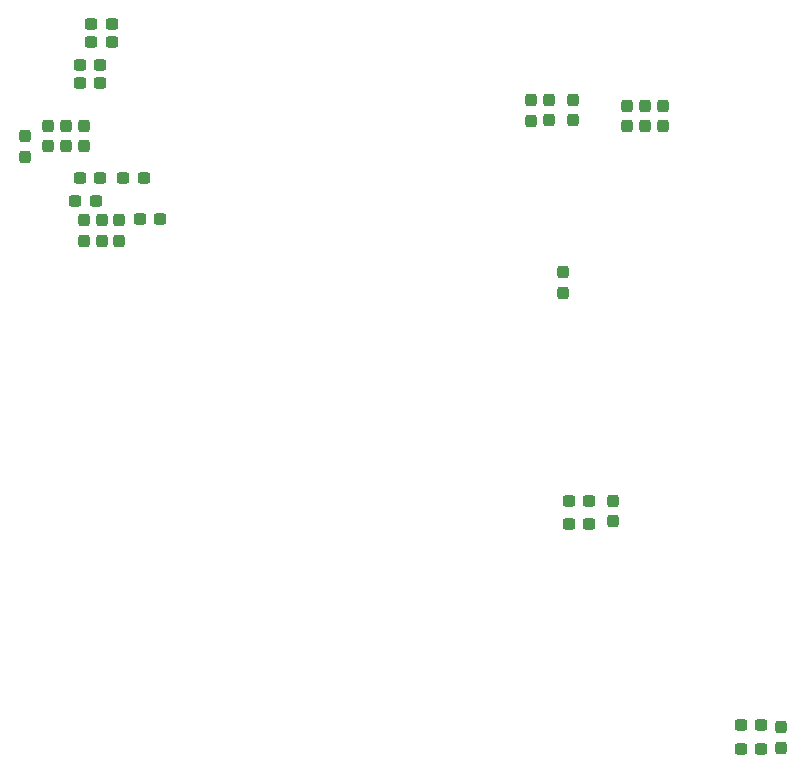
<source format=gbr>
%TF.GenerationSoftware,KiCad,Pcbnew,(6.0.0)*%
%TF.CreationDate,2022-02-27T22:59:39+01:00*%
%TF.ProjectId,board,626f6172-642e-46b6-9963-61645f706362,rev?*%
%TF.SameCoordinates,Original*%
%TF.FileFunction,Paste,Bot*%
%TF.FilePolarity,Positive*%
%FSLAX46Y46*%
G04 Gerber Fmt 4.6, Leading zero omitted, Abs format (unit mm)*
G04 Created by KiCad (PCBNEW (6.0.0)) date 2022-02-27 22:59:39*
%MOMM*%
%LPD*%
G01*
G04 APERTURE LIST*
G04 Aperture macros list*
%AMRoundRect*
0 Rectangle with rounded corners*
0 $1 Rounding radius*
0 $2 $3 $4 $5 $6 $7 $8 $9 X,Y pos of 4 corners*
0 Add a 4 corners polygon primitive as box body*
4,1,4,$2,$3,$4,$5,$6,$7,$8,$9,$2,$3,0*
0 Add four circle primitives for the rounded corners*
1,1,$1+$1,$2,$3*
1,1,$1+$1,$4,$5*
1,1,$1+$1,$6,$7*
1,1,$1+$1,$8,$9*
0 Add four rect primitives between the rounded corners*
20,1,$1+$1,$2,$3,$4,$5,0*
20,1,$1+$1,$4,$5,$6,$7,0*
20,1,$1+$1,$6,$7,$8,$9,0*
20,1,$1+$1,$8,$9,$2,$3,0*%
G04 Aperture macros list end*
%ADD10RoundRect,0.237500X0.237500X-0.287500X0.237500X0.287500X-0.237500X0.287500X-0.237500X-0.287500X0*%
%ADD11RoundRect,0.237500X-0.300000X-0.237500X0.300000X-0.237500X0.300000X0.237500X-0.300000X0.237500X0*%
%ADD12RoundRect,0.237500X0.300000X0.237500X-0.300000X0.237500X-0.300000X-0.237500X0.300000X-0.237500X0*%
%ADD13RoundRect,0.237500X0.237500X-0.300000X0.237500X0.300000X-0.237500X0.300000X-0.237500X-0.300000X0*%
%ADD14RoundRect,0.237500X-0.237500X0.300000X-0.237500X-0.300000X0.237500X-0.300000X0.237500X0.300000X0*%
%ADD15RoundRect,0.237500X-0.237500X0.287500X-0.237500X-0.287500X0.237500X-0.287500X0.237500X0.287500X0*%
G04 APERTURE END LIST*
D10*
%TO.C,FB501*%
X215000000Y-38675000D03*
X215000000Y-36925000D03*
%TD*%
D11*
%TO.C,C105*%
X165637500Y-35000000D03*
X167362500Y-35000000D03*
%TD*%
%TO.C,C106*%
X166637500Y-30000000D03*
X168362500Y-30000000D03*
%TD*%
D12*
%TO.C,C301*%
X208803572Y-72360000D03*
X207078572Y-72360000D03*
%TD*%
D13*
%TO.C,C503*%
X213500000Y-36937500D03*
X213500000Y-38662500D03*
%TD*%
D11*
%TO.C,C109*%
X171062500Y-43000000D03*
X169337500Y-43000000D03*
%TD*%
D12*
%TO.C,C112*%
X167362500Y-43000000D03*
X165637500Y-43000000D03*
%TD*%
D13*
%TO.C,C504*%
X206600000Y-51037500D03*
X206600000Y-52762500D03*
%TD*%
D14*
%TO.C,C113*%
X161000000Y-41225000D03*
X161000000Y-39500000D03*
%TD*%
%TO.C,C104*%
X164500000Y-38637500D03*
X164500000Y-40362500D03*
%TD*%
D11*
%TO.C,C108*%
X166637500Y-31500000D03*
X168362500Y-31500000D03*
%TD*%
D13*
%TO.C,C501*%
X212000000Y-36937500D03*
X212000000Y-38662500D03*
%TD*%
D14*
%TO.C,C103*%
X166000000Y-38637500D03*
X166000000Y-40362500D03*
%TD*%
D12*
%TO.C,C401*%
X223372500Y-91380000D03*
X221647500Y-91380000D03*
%TD*%
D14*
%TO.C,C114*%
X169000000Y-46625000D03*
X169000000Y-48350000D03*
%TD*%
D11*
%TO.C,C115*%
X170737500Y-46500000D03*
X172462500Y-46500000D03*
%TD*%
D15*
%TO.C,FB502*%
X203900000Y-36425000D03*
X203900000Y-38175000D03*
%TD*%
D13*
%TO.C,C506*%
X207400000Y-38162500D03*
X207400000Y-36437500D03*
%TD*%
%TO.C,C505*%
X205400000Y-38162500D03*
X205400000Y-36437500D03*
%TD*%
D11*
%TO.C,C101*%
X165637500Y-33500000D03*
X167362500Y-33500000D03*
%TD*%
D12*
%TO.C,C302*%
X207078572Y-70360000D03*
X208803572Y-70360000D03*
%TD*%
D15*
%TO.C,FB401*%
X225010000Y-89505000D03*
X225010000Y-91255000D03*
%TD*%
D14*
%TO.C,C102*%
X163000000Y-40362500D03*
X163000000Y-38637500D03*
%TD*%
D13*
%TO.C,C111*%
X166000000Y-48350000D03*
X166000000Y-46625000D03*
%TD*%
D12*
%TO.C,C107*%
X167000000Y-45000000D03*
X165275000Y-45000000D03*
%TD*%
%TO.C,C402*%
X223372500Y-89380000D03*
X221647500Y-89380000D03*
%TD*%
D10*
%TO.C,FB101*%
X167500000Y-48375000D03*
X167500000Y-46625000D03*
%TD*%
%TO.C,FB301*%
X210800000Y-72105000D03*
X210800000Y-70355000D03*
%TD*%
M02*

</source>
